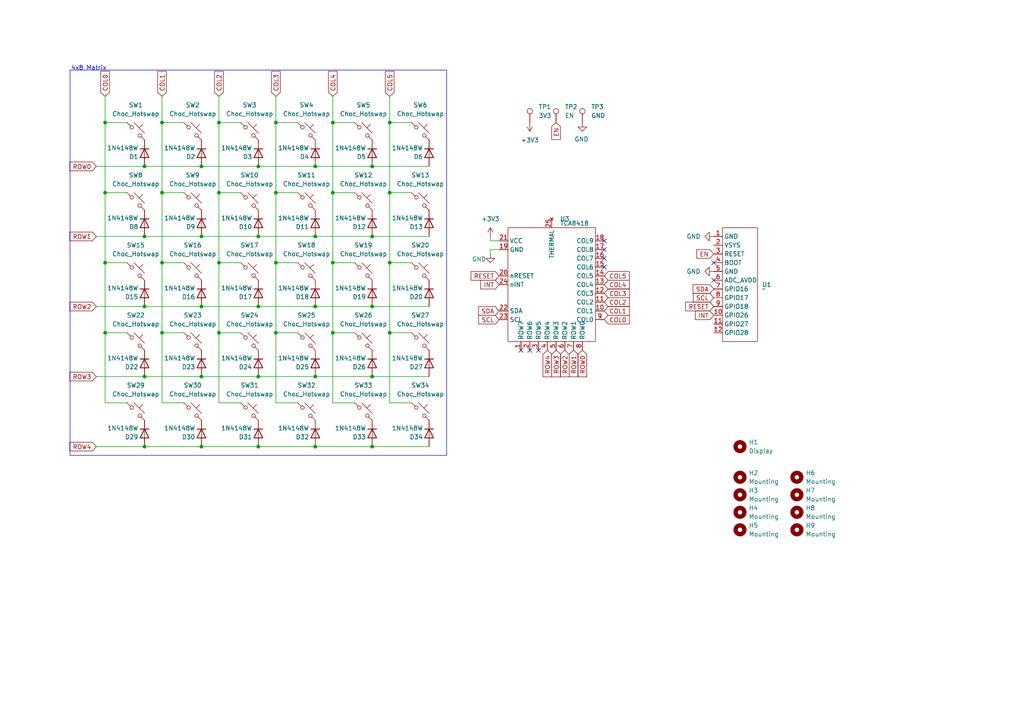
<source format=kicad_sch>
(kicad_sch (version 20231120) (generator "eeschema") (generator_version "8.0")
  (paper "A4")
  (lib_symbols
    (symbol "Connector:TestPoint" (pin_numbers hide) (pin_names (offset 0.762) hide)
      (property "Reference" "TP" (at 0 6.858 0))
      (property "Value" "TestPoint" (at 0 5.08 0))
      (symbol "TestPoint_0_1"
        (circle (center 0 3.302) (radius 0.762))
      )
      (symbol "TestPoint_1_1"
        (pin passive line (at 0 0 90) (length 2.54) (name "1") (number "1"))
      )
    )
    (symbol "Diode:1N4148W" (pin_numbers hide) (pin_names hide)
      (property "Reference" "D" (at 0 2.54 0))
      (property "Value" "1N4148W" (at 0 -2.54 0))
      (symbol "1N4148W_0_1"
        (polyline (pts (xy -1.27 1.27) (xy -1.27 -1.27)) (stroke (width 0.254)))
        (polyline (pts (xy 1.27 0) (xy -1.27 0)))
        (polyline (pts (xy 1.27 1.27) (xy 1.27 -1.27) (xy -1.27 0) (xy 1.27 1.27)) (stroke (width 0.254)))
      )
      (symbol "1N4148W_1_1"
        (pin passive line (at -3.81 0 0) (length 2.54) (name "K") (number "1"))
        (pin passive line (at 3.81 0 180) (length 2.54) (name "A") (number "2"))
      )
    )
    (symbol "Mechanical:MountingHole" (pin_names (offset 1.016)) (exclude_from_sim yes) (in_bom no)
      (property "Reference" "H" (at 0 5.08 0))
      (property "Value" "MountingHole" (at 0 3.175 0))
      (symbol "MountingHole_0_1"
        (circle (center 0 0) (radius 1.27) (stroke (width 1.27)))
      )
    )
    (symbol "Switch:SW_Push_45deg" (pin_numbers hide) (pin_names (offset 1.016) hide)
      (property "Reference" "SW" (at 3.048 1.016 0))
      (property "Value" "SW_Push_45deg" (at 0 -3.81 0))
      (symbol "SW_Push_45deg_0_1"
        (circle (center -1.1684 1.1684) (radius 0.508))
        (polyline (pts (xy -0.508 2.54) (xy 2.54 -0.508)))
        (polyline (pts (xy 1.016 1.016) (xy 2.032 2.032)))
        (polyline (pts (xy -2.54 2.54) (xy -1.524 1.524) (xy -1.524 1.524)))
        (polyline (pts (xy 1.524 -1.524) (xy 2.54 -2.54) (xy 2.54 -2.54) (xy 2.54 -2.54)))
        (circle (center 1.143 -1.1938) (radius 0.508))
        (pin passive line (at -2.54 2.54 0) (length 0) (name "1") (number "1"))
        (pin passive line (at 2.54 -2.54 180) (length 0) (name "2") (number "2"))
      )
    )
    (symbol "cgx_kb:TCA8418"
      (property "Reference" "U" (at 0.508 0.762 0))
      (symbol "TCA8418_0_1"
        (rectangle (start 0 0) (end 25.4 -33.02))
      )
      (symbol "TCA8418_1_1"
        (pin input line (at 3.81 -35.56 90) (length 2.54) (name "ROW7") (number "1"))
        (pin input line (at 27.94 -24.13 180) (length 2.54) (name "COL1") (number "10"))
        (pin input line (at 27.94 -21.59 180) (length 2.54) (name "COL2") (number "11"))
        (pin input line (at 27.94 -19.05 180) (length 2.54) (name "COL3") (number "12"))
        (pin input line (at 27.94 -16.51 180) (length 2.54) (name "COL4") (number "13"))
        (pin input line (at 27.94 -13.97 180) (length 2.54) (name "COL5") (number "14"))
        (pin input line (at 27.94 -11.43 180) (length 2.54) (name "COL6") (number "15"))
        (pin input line (at 27.94 -8.89 180) (length 2.54) (name "COL7") (number "16"))
        (pin input line (at 27.94 -6.35 180) (length 2.54) (name "COL8") (number "17"))
        (pin input line (at 27.94 -3.81 180) (length 2.54) (name "COL9") (number "18"))
        (pin power_in line (at -2.54 -6.35 0) (length 2.54) (name "GND") (number "19"))
        (pin input line (at 6.35 -35.56 90) (length 2.54) (name "ROW6") (number "2"))
        (pin input line (at -2.54 -13.97 0) (length 2.54) (name "nRESET") (number "20"))
        (pin power_in line (at -2.54 -3.81 0) (length 2.54) (name "VCC") (number "21"))
        (pin input line (at -2.54 -24.13 0) (length 2.54) (name "SDA") (number "22"))
        (pin input line (at -2.54 -26.67 0) (length 2.54) (name "SCL") (number "23"))
        (pin input line (at -2.54 -16.51 0) (length 2.54) (name "nINT") (number "24"))
        (pin no_connect line (at 12.7 2.54 270) (length 2.54) (name "THERMAL") (number "25"))
        (pin input line (at 8.89 -35.56 90) (length 2.54) (name "ROW5") (number "3"))
        (pin input line (at 11.43 -35.56 90) (length 2.54) (name "ROW4") (number "4"))
        (pin input line (at 13.97 -35.56 90) (length 2.54) (name "ROW3") (number "5"))
        (pin input line (at 16.51 -35.56 90) (length 2.54) (name "ROW2") (number "6"))
        (pin input line (at 19.05 -35.56 90) (length 2.54) (name "ROW1") (number "7"))
        (pin input line (at 21.59 -35.56 90) (length 2.54) (name "ROW0") (number "8"))
        (pin input line (at 27.94 -26.67 180) (length 2.54) (name "COL0") (number "9"))
      )
    )
    (symbol "cgx_kb:Waveshare-Touch-RP2040"
      (property "Reference" "U" (at 0.508 0.762 0))
      (symbol "Waveshare-Touch-RP2040_0_1"
        (rectangle (start 0 0) (end 10.16 -33.02))
      )
      (symbol "Waveshare-Touch-RP2040_1_1"
        (pin power_in line (at -2.54 -2.54 0) (length 2.54) (name "GND") (number "1"))
        (pin bidirectional line (at -2.54 -25.4 0) (length 2.54) (name "GPIO26") (number "10"))
        (pin bidirectional line (at -2.54 -27.94 0) (length 2.54) (name "GPIO27") (number "11"))
        (pin bidirectional line (at -2.54 -30.48 0) (length 2.54) (name "GPIO28") (number "12"))
        (pin power_in line (at -2.54 -5.08 0) (length 2.54) (name "VSYS") (number "2"))
        (pin input line (at -2.54 -7.62 0) (length 2.54) (name "RESET") (number "3"))
        (pin input line (at -2.54 -10.16 0) (length 2.54) (name "BOOT") (number "4"))
        (pin power_in line (at -2.54 -12.7 0) (length 2.54) (name "GND") (number "5"))
        (pin power_in line (at -2.54 -15.24 0) (length 2.54) (name "ADC_AVDD") (number "6"))
        (pin bidirectional line (at -2.54 -17.78 0) (length 2.54) (name "GPIO16") (number "7"))
        (pin bidirectional line (at -2.54 -20.32 0) (length 2.54) (name "GPIO17") (number "8"))
        (pin bidirectional line (at -2.54 -22.86 0) (length 2.54) (name "GPIO18") (number "9"))
      )
    )
    (symbol "power:+3V3" (power) (pin_numbers hide) (pin_names (offset 0) hide)
      (property "Value" "+3V3" (at 0 3.556 0))
      (symbol "+3V3_0_1"
        (polyline (pts (xy -0.762 1.27) (xy 0 2.54)))
        (polyline (pts (xy 0 0) (xy 0 2.54)))
        (polyline (pts (xy 0 2.54) (xy 0.762 1.27)))
      )
      (symbol "+3V3_1_1"
        (pin power_in line (at 0 0 90) (length 0) (name "~") (number "1"))
      )
    )
    (symbol "power:GND" (power) (pin_numbers hide) (pin_names (offset 0) hide)
      (property "Value" "GND" (at 0 -3.81 0))
      (symbol "GND_0_1"
        (polyline (pts (xy 0 0) (xy 0 -1.27) (xy 1.27 -1.27) (xy 0 -2.54) (xy -1.27 -1.27) (xy 0 -1.27)))
      )
      (symbol "GND_1_1"
        (pin power_in line (at 0 0 270) (length 0) (name "~") (number "1"))
      )
    )
  )
  (junction (at 41.91 88.9))
  (junction (at 91.44 48.26))
  (junction (at 30.48 96.52))
  (junction (at 63.5 96.52))
  (junction (at 41.91 129.54))
  (junction (at 41.91 109.22))
  (junction (at 74.93 68.58))
  (junction (at 80.01 55.88))
  (junction (at 96.52 35.56))
  (junction (at 80.01 96.52))
  (junction (at 58.42 88.9))
  (junction (at 80.01 35.56))
  (junction (at 63.5 35.56))
  (junction (at 96.52 96.52))
  (junction (at 41.91 48.26))
  (junction (at 113.03 55.88))
  (junction (at 96.52 55.88))
  (junction (at 113.03 76.2))
  (junction (at 46.99 55.88))
  (junction (at 74.93 129.54))
  (junction (at 41.91 68.58))
  (junction (at 74.93 88.9))
  (junction (at 63.5 55.88))
  (junction (at 107.95 48.26))
  (junction (at 58.42 109.22))
  (junction (at 107.95 109.22))
  (junction (at 96.52 76.2))
  (junction (at 91.44 109.22))
  (junction (at 30.48 35.56))
  (junction (at 80.01 76.2))
  (junction (at 30.48 76.2))
  (junction (at 58.42 129.54))
  (junction (at 46.99 96.52))
  (junction (at 58.42 48.26))
  (junction (at 107.95 88.9))
  (junction (at 58.42 68.58))
  (junction (at 46.99 76.2))
  (junction (at 30.48 55.88))
  (junction (at 113.03 35.56))
  (junction (at 107.95 129.54))
  (junction (at 91.44 68.58))
  (junction (at 91.44 129.54))
  (junction (at 91.44 88.9))
  (junction (at 113.03 96.52))
  (junction (at 63.5 76.2))
  (junction (at 107.95 68.58))
  (junction (at 46.99 35.56))
  (junction (at 74.93 109.22))
  (junction (at 74.93 48.26))
  (no_connect (at 175.26 72.39))
  (no_connect (at 175.26 77.47))
  (no_connect (at 207.01 81.28))
  (no_connect (at 175.26 69.85))
  (no_connect (at 156.21 101.6))
  (no_connect (at 207.01 76.2))
  (no_connect (at 151.13 101.6))
  (no_connect (at 153.67 101.6))
  (no_connect (at 175.26 74.93))
  (wire (pts (xy 41.91 88.9) (xy 58.42 88.9)))
  (wire (pts (xy 107.95 88.9) (xy 124.46 88.9)))
  (wire (pts (xy 107.95 109.22) (xy 124.46 109.22)))
  (wire (pts (xy 80.01 76.2) (xy 80.01 96.52)))
  (wire (pts (xy 63.5 27.94) (xy 63.5 35.56)))
  (wire (pts (xy 41.91 68.58) (xy 58.42 68.58)))
  (wire (pts (xy 80.01 35.56) (xy 80.01 55.88)))
  (wire (pts (xy 27.94 88.9) (xy 41.91 88.9)))
  (wire (pts (xy 74.93 68.58) (xy 91.44 68.58)))
  (wire (pts (xy 80.01 96.52) (xy 86.36 96.52)))
  (wire (pts (xy 46.99 76.2) (xy 46.99 96.52)))
  (wire (pts (xy 46.99 96.52) (xy 53.34 96.52)))
  (wire (pts (xy 30.48 55.88) (xy 36.83 55.88)))
  (wire (pts (xy 96.52 35.56) (xy 96.52 55.88)))
  (wire (pts (xy 91.44 129.54) (xy 107.95 129.54)))
  (wire (pts (xy 46.99 96.52) (xy 46.99 116.84)))
  (wire (pts (xy 74.93 129.54) (xy 91.44 129.54)))
  (wire (pts (xy 30.48 35.56) (xy 36.83 35.56)))
  (wire (pts (xy 142.24 72.39) (xy 142.24 73.66)))
  (wire (pts (xy 27.94 68.58) (xy 41.91 68.58)))
  (wire (pts (xy 30.48 55.88) (xy 30.48 76.2)))
  (wire (pts (xy 63.5 76.2) (xy 63.5 96.52)))
  (wire (pts (xy 63.5 55.88) (xy 69.85 55.88)))
  (wire (pts (xy 63.5 35.56) (xy 63.5 55.88)))
  (wire (pts (xy 27.94 129.54) (xy 41.91 129.54)))
  (wire (pts (xy 30.48 76.2) (xy 30.48 96.52)))
  (wire (pts (xy 41.91 48.26) (xy 58.42 48.26)))
  (wire (pts (xy 113.03 55.88) (xy 119.38 55.88)))
  (wire (pts (xy 96.52 27.94) (xy 96.52 35.56)))
  (wire (pts (xy 30.48 35.56) (xy 30.48 55.88)))
  (wire (pts (xy 74.93 88.9) (xy 91.44 88.9)))
  (wire (pts (xy 113.03 27.94) (xy 113.03 35.56)))
  (wire (pts (xy 58.42 68.58) (xy 74.93 68.58)))
  (wire (pts (xy 96.52 76.2) (xy 102.87 76.2)))
  (wire (pts (xy 80.01 35.56) (xy 86.36 35.56)))
  (wire (pts (xy 113.03 96.52) (xy 119.38 96.52)))
  (wire (pts (xy 96.52 35.56) (xy 102.87 35.56)))
  (wire (pts (xy 27.94 109.22) (xy 41.91 109.22)))
  (wire (pts (xy 91.44 68.58) (xy 107.95 68.58)))
  (wire (pts (xy 27.94 48.26) (xy 41.91 48.26)))
  (wire (pts (xy 113.03 76.2) (xy 119.38 76.2)))
  (wire (pts (xy 30.48 96.52) (xy 36.83 96.52)))
  (wire (pts (xy 30.48 116.84) (xy 36.83 116.84)))
  (wire (pts (xy 63.5 96.52) (xy 69.85 96.52)))
  (wire (pts (xy 91.44 88.9) (xy 107.95 88.9)))
  (wire (pts (xy 46.99 35.56) (xy 53.34 35.56)))
  (wire (pts (xy 80.01 27.94) (xy 80.01 35.56)))
  (wire (pts (xy 113.03 96.52) (xy 113.03 116.84)))
  (wire (pts (xy 58.42 109.22) (xy 74.93 109.22)))
  (wire (pts (xy 107.95 48.26) (xy 124.46 48.26)))
  (wire (pts (xy 91.44 48.26) (xy 107.95 48.26)))
  (wire (pts (xy 113.03 35.56) (xy 119.38 35.56)))
  (wire (pts (xy 96.52 76.2) (xy 96.52 96.52)))
  (wire (pts (xy 41.91 109.22) (xy 58.42 109.22)))
  (wire (pts (xy 63.5 76.2) (xy 69.85 76.2)))
  (wire (pts (xy 144.78 69.85) (xy 142.24 69.85)))
  (wire (pts (xy 30.48 76.2) (xy 36.83 76.2)))
  (wire (pts (xy 96.52 55.88) (xy 96.52 76.2)))
  (wire (pts (xy 96.52 55.88) (xy 102.87 55.88)))
  (wire (pts (xy 63.5 35.56) (xy 69.85 35.56)))
  (wire (pts (xy 113.03 55.88) (xy 113.03 76.2)))
  (wire (pts (xy 30.48 96.52) (xy 30.48 116.84)))
  (wire (pts (xy 107.95 68.58) (xy 124.46 68.58)))
  (wire (pts (xy 46.99 76.2) (xy 53.34 76.2)))
  (wire (pts (xy 74.93 48.26) (xy 91.44 48.26)))
  (wire (pts (xy 80.01 116.84) (xy 86.36 116.84)))
  (wire (pts (xy 41.91 129.54) (xy 58.42 129.54)))
  (wire (pts (xy 46.99 55.88) (xy 53.34 55.88)))
  (wire (pts (xy 142.24 69.85) (xy 142.24 68.58)))
  (wire (pts (xy 113.03 35.56) (xy 113.03 55.88)))
  (wire (pts (xy 58.42 48.26) (xy 74.93 48.26)))
  (wire (pts (xy 80.01 55.88) (xy 80.01 76.2)))
  (wire (pts (xy 63.5 116.84) (xy 69.85 116.84)))
  (wire (pts (xy 46.99 55.88) (xy 46.99 76.2)))
  (wire (pts (xy 46.99 35.56) (xy 46.99 55.88)))
  (wire (pts (xy 96.52 96.52) (xy 102.87 96.52)))
  (wire (pts (xy 80.01 76.2) (xy 86.36 76.2)))
  (wire (pts (xy 91.44 109.22) (xy 107.95 109.22)))
  (wire (pts (xy 30.48 27.94) (xy 30.48 35.56)))
  (wire (pts (xy 107.95 129.54) (xy 124.46 129.54)))
  (wire (pts (xy 58.42 88.9) (xy 74.93 88.9)))
  (wire (pts (xy 74.93 109.22) (xy 91.44 109.22)))
  (wire (pts (xy 58.42 129.54) (xy 74.93 129.54)))
  (wire (pts (xy 96.52 96.52) (xy 96.52 116.84)))
  (wire (pts (xy 80.01 96.52) (xy 80.01 116.84)))
  (wire (pts (xy 63.5 55.88) (xy 63.5 76.2)))
  (wire (pts (xy 113.03 116.84) (xy 119.38 116.84)))
  (wire (pts (xy 113.03 76.2) (xy 113.03 96.52)))
  (wire (pts (xy 46.99 116.84) (xy 53.34 116.84)))
  (wire (pts (xy 144.78 72.39) (xy 142.24 72.39)))
  (wire (pts (xy 80.01 55.88) (xy 86.36 55.88)))
  (wire (pts (xy 46.99 27.94) (xy 46.99 35.56)))
  (wire (pts (xy 63.5 96.52) (xy 63.5 116.84)))
  (wire (pts (xy 96.52 116.84) (xy 102.87 116.84)))
  (rectangle (start 20.32 20.32) (end 129.54 132.08))
  (text "4x8 Matrix" (at 20.574 20.574 0) (effects (font (size 1.27 1.27)) (justify left bottom)))
  (global_label "COL5" (shape input) (at 175.26 80.01 0) (property "Intersheetrefs" "${INTERSHEET_REFS}" (effects (hide yes))))
  (global_label "ROW0" (shape input) (at 27.94 48.26 180) (property "Intersheetrefs" "${INTERSHEET_REFS}" (effects (hide yes))))
  (global_label "EN" (shape input) (at 207.01 73.66 180) (property "Intersheetrefs" "${INTERSHEET_REFS}" (effects (hide yes))))
  (global_label "SDA" (shape input) (at 207.01 83.82 180) (property "Intersheetrefs" "${INTERSHEET_REFS}" (effects (hide yes))))
  (global_label "SCL" (shape input) (at 144.78 92.71 180) (property "Intersheetrefs" "${INTERSHEET_REFS}" (effects (hide yes))))
  (global_label "COL0" (shape input) (at 175.26 92.71 0) (property "Intersheetrefs" "${INTERSHEET_REFS}" (effects (hide yes))))
  (global_label "COL0" (shape input) (at 30.48 27.94 90) (property "Intersheetrefs" "${INTERSHEET_REFS}" (effects (hide yes))))
  (global_label "COL1" (shape input) (at 175.26 90.17 0) (property "Intersheetrefs" "${INTERSHEET_REFS}" (effects (hide yes))))
  (global_label "COL3" (shape input) (at 80.01 27.94 90) (property "Intersheetrefs" "${INTERSHEET_REFS}" (effects (hide yes))))
  (global_label "COL4" (shape input) (at 96.52 27.94 90) (property "Intersheetrefs" "${INTERSHEET_REFS}" (effects (hide yes))))
  (global_label "INT" (shape input) (at 144.78 82.55 180) (property "Intersheetrefs" "${INTERSHEET_REFS}" (effects (hide yes))))
  (global_label "RESET" (shape input) (at 207.01 88.9 180) (property "Intersheetrefs" "${INTERSHEET_REFS}" (effects (hide yes))))
  (global_label "ROW2" (shape input) (at 27.94 88.9 180) (property "Intersheetrefs" "${INTERSHEET_REFS}" (effects (hide yes))))
  (global_label "ROW4" (shape input) (at 27.94 129.54 180) (property "Intersheetrefs" "${INTERSHEET_REFS}" (effects (hide yes))))
  (global_label "COL2" (shape input) (at 175.26 87.63 0) (property "Intersheetrefs" "${INTERSHEET_REFS}" (effects (hide yes))))
  (global_label "EN" (shape input) (at 161.29 35.56 270) (property "Intersheetrefs" "${INTERSHEET_REFS}" (effects (hide yes))))
  (global_label "COL3" (shape input) (at 175.26 85.09 0) (property "Intersheetrefs" "${INTERSHEET_REFS}" (effects (hide yes))))
  (global_label "ROW3" (shape input) (at 161.29 101.6 270) (property "Intersheetrefs" "${INTERSHEET_REFS}" (effects (hide yes))))
  (global_label "COL4" (shape input) (at 175.26 82.55 0) (property "Intersheetrefs" "${INTERSHEET_REFS}" (effects (hide yes))))
  (global_label "INT" (shape input) (at 207.01 91.44 180) (property "Intersheetrefs" "${INTERSHEET_REFS}" (effects (hide yes))))
  (global_label "COL5" (shape input) (at 113.03 27.94 90) (property "Intersheetrefs" "${INTERSHEET_REFS}" (effects (hide yes))))
  (global_label "COL1" (shape input) (at 46.99 27.94 90) (property "Intersheetrefs" "${INTERSHEET_REFS}" (effects (hide yes))))
  (global_label "ROW1" (shape input) (at 166.37 101.6 270) (property "Intersheetrefs" "${INTERSHEET_REFS}" (effects (hide yes))))
  (global_label "ROW0" (shape input) (at 168.91 101.6 270) (property "Intersheetrefs" "${INTERSHEET_REFS}" (effects (hide yes))))
  (global_label "ROW4" (shape input) (at 158.75 101.6 270) (property "Intersheetrefs" "${INTERSHEET_REFS}" (effects (hide yes))))
  (global_label "ROW2" (shape input) (at 163.83 101.6 270) (property "Intersheetrefs" "${INTERSHEET_REFS}" (effects (hide yes))))
  (global_label "RESET" (shape input) (at 144.78 80.01 180) (property "Intersheetrefs" "${INTERSHEET_REFS}" (effects (hide yes))))
  (global_label "ROW1" (shape input) (at 27.94 68.58 180) (property "Intersheetrefs" "${INTERSHEET_REFS}" (effects (hide yes))))
  (global_label "COL2" (shape input) (at 63.5 27.94 90) (property "Intersheetrefs" "${INTERSHEET_REFS}" (effects (hide yes))))
  (global_label "ROW3" (shape input) (at 27.94 109.22 180) (property "Intersheetrefs" "${INTERSHEET_REFS}" (effects (hide yes))))
  (global_label "SDA" (shape input) (at 144.78 90.17 180) (property "Intersheetrefs" "${INTERSHEET_REFS}" (effects (hide yes))))
  (global_label "SCL" (shape input) (at 207.01 86.36 180) (property "Intersheetrefs" "${INTERSHEET_REFS}" (effects (hide yes))))
  (symbol (lib_id "Switch:SW_Push_45deg") (at 72.39 38.1 0) (unit 1) (in_bom no)
    (property "Reference" "SW3" (at 72.39 30.48 0))
    (property "Value" "Choc_Hotswap" (at 72.39 33.02 0))
    (property "Footprint" "PCM_Switch_Keyboard_Hotswap_Kailh:SW_Hotswap_Kailh_Choc_V1V2_Plated_1.00u" (effects (hide yes)))
    (property "Description" "Push button switch, normally open, two pins, 45° tilted" (effects (hide yes)))
  )
  (symbol (lib_id "Diode:1N4148W") (at 124.46 125.73 90) (mirror x) (unit 1)
    (property "Reference" "D34" (at 122.682 126.746 90) (effects (justify left)))
    (property "Value" "1N4148W" (at 122.682 124.206 90) (effects (justify left)))
    (property "Footprint" "Diode_SMD:D_SOD-123" (effects (hide yes)))
    (property "Datasheet" "https://www.vishay.com/docs/85748/1n4148w.pdf" (effects (hide yes)))
    (property "Description" "75V 0.15A Fast Switching Diode, SOD-123" (effects (hide yes)))
    (property "Sim.Device" "D" (effects (hide yes)))
    (property "Sim.Pins" "1=K 2=A" (effects (hide yes)))
  )
  (symbol (lib_id "Switch:SW_Push_45deg") (at 105.41 78.74 0) (unit 1) (in_bom no)
    (property "Reference" "SW19" (at 105.41 71.12 0))
    (property "Value" "Choc_Hotswap" (at 105.41 73.66 0))
    (property "Footprint" "PCM_Switch_Keyboard_Hotswap_Kailh:SW_Hotswap_Kailh_Choc_V1V2_Plated_1.00u" (effects (hide yes)))
    (property "Description" "Push button switch, normally open, two pins, 45° tilted" (effects (hide yes)))
  )
  (symbol (lib_id "Diode:1N4148W") (at 91.44 85.09 90) (mirror x) (unit 1)
    (property "Reference" "D18" (at 89.662 86.106 90) (effects (justify left)))
    (property "Value" "1N4148W" (at 89.662 83.566 90) (effects (justify left)))
    (property "Footprint" "Diode_SMD:D_SOD-123" (effects (hide yes)))
    (property "Datasheet" "https://www.vishay.com/docs/85748/1n4148w.pdf" (effects (hide yes)))
    (property "Description" "75V 0.15A Fast Switching Diode, SOD-123" (effects (hide yes)))
    (property "Sim.Device" "D" (effects (hide yes)))
    (property "Sim.Pins" "1=K 2=A" (effects (hide yes)))
  )
  (symbol (lib_id "Connector:TestPoint") (at 161.29 35.56 0) (unit 1) (in_bom no)
    (property "Reference" "TP2" (at 163.83 30.9879 0) (effects (justify left)))
    (property "Value" "EN" (at 163.83 33.5279 0) (effects (justify left)))
    (property "Footprint" "TestPoint:TestPoint_Pad_D2.5mm" (effects (hide yes)))
    (property "Description" "test point" (effects (hide yes)))
  )
  (symbol (lib_id "Diode:1N4148W") (at 107.95 44.45 90) (mirror x) (unit 1)
    (property "Reference" "D5" (at 106.172 45.466 90) (effects (justify left)))
    (property "Value" "1N4148W" (at 106.172 42.926 90) (effects (justify left)))
    (property "Footprint" "Diode_SMD:D_SOD-123" (effects (hide yes)))
    (property "Datasheet" "https://www.vishay.com/docs/85748/1n4148w.pdf" (effects (hide yes)))
    (property "Description" "75V 0.15A Fast Switching Diode, SOD-123" (effects (hide yes)))
    (property "Sim.Device" "D" (effects (hide yes)))
    (property "Sim.Pins" "1=K 2=A" (effects (hide yes)))
  )
  (symbol (lib_id "power:+3V3") (at 153.67 35.56 180) (unit 1)
    (property "Reference" "#PWR05" (effects (hide yes)))
    (property "Value" "+3V3" (at 153.67 40.64 0))
    (property "Description" "Power symbol creates a global label with name \"+3V3\"" (effects (hide yes)))
  )
  (symbol (lib_id "Mechanical:MountingHole") (at 214.63 143.51 0) (unit 1) (exclude_from_sim yes) (in_bom no)
    (property "Reference" "H3" (at 217.17 142.2399 0) (effects (justify left)))
    (property "Value" "Mounting" (at 217.17 144.7799 0) (effects (justify left)))
    (property "Footprint" "MountingHole:MountingHole_2.2mm_M2" (effects (hide yes)))
    (property "Description" "Mounting Hole without connection" (effects (hide yes)))
  )
  (symbol (lib_id "Diode:1N4148W") (at 74.93 44.45 90) (mirror x) (unit 1)
    (property "Reference" "D3" (at 73.152 45.466 90) (effects (justify left)))
    (property "Value" "1N4148W" (at 73.152 42.926 90) (effects (justify left)))
    (property "Footprint" "Diode_SMD:D_SOD-123" (effects (hide yes)))
    (property "Datasheet" "https://www.vishay.com/docs/85748/1n4148w.pdf" (effects (hide yes)))
    (property "Description" "75V 0.15A Fast Switching Diode, SOD-123" (effects (hide yes)))
    (property "Sim.Device" "D" (effects (hide yes)))
    (property "Sim.Pins" "1=K 2=A" (effects (hide yes)))
  )
  (symbol (lib_id "Switch:SW_Push_45deg") (at 39.37 78.74 0) (unit 1) (in_bom no)
    (property "Reference" "SW15" (at 39.37 71.12 0))
    (property "Value" "Choc_Hotswap" (at 39.37 73.66 0))
    (property "Footprint" "PCM_Switch_Keyboard_Hotswap_Kailh:SW_Hotswap_Kailh_Choc_V1V2_Plated_1.00u" (effects (hide yes)))
    (property "Description" "Push button switch, normally open, two pins, 45° tilted" (effects (hide yes)))
  )
  (symbol (lib_id "Switch:SW_Push_45deg") (at 39.37 58.42 0) (unit 1) (in_bom no)
    (property "Reference" "SW8" (at 39.37 50.8 0))
    (property "Value" "Choc_Hotswap" (at 39.37 53.34 0))
    (property "Footprint" "PCM_Switch_Keyboard_Hotswap_Kailh:SW_Hotswap_Kailh_Choc_V1V2_Plated_1.00u" (effects (hide yes)))
    (property "Description" "Push button switch, normally open, two pins, 45° tilted" (effects (hide yes)))
  )
  (symbol (lib_id "cgx_kb:Waveshare-Touch-RP2040") (at 209.55 66.04 0) (unit 1) (in_bom no)
    (property "Reference" "U1" (at 220.98 82.5499 0) (effects (justify left)))
    (property "Value" "~" (at 220.98 83.82 0) (effects (justify left)))
    (property "Footprint" "Connector_PinHeader_2.54mm:PinHeader_1x12_P2.54mm_Horizontal" (effects (hide yes)))
  )
  (symbol (lib_id "Diode:1N4148W") (at 91.44 44.45 90) (mirror x) (unit 1)
    (property "Reference" "D4" (at 89.662 45.466 90) (effects (justify left)))
    (property "Value" "1N4148W" (at 89.662 42.926 90) (effects (justify left)))
    (property "Footprint" "Diode_SMD:D_SOD-123" (effects (hide yes)))
    (property "Datasheet" "https://www.vishay.com/docs/85748/1n4148w.pdf" (effects (hide yes)))
    (property "Description" "75V 0.15A Fast Switching Diode, SOD-123" (effects (hide yes)))
    (property "Sim.Device" "D" (effects (hide yes)))
    (property "Sim.Pins" "1=K 2=A" (effects (hide yes)))
  )
  (symbol (lib_id "power:GND") (at 207.01 78.74 270) (unit 1)
    (property "Reference" "#PWR04" (effects (hide yes)))
    (property "Value" "GND" (at 203.2 78.7399 90) (effects (justify right)))
    (property "Description" "Power symbol creates a global label with name \"GND\" , ground" (effects (hide yes)))
  )
  (symbol (lib_id "Mechanical:MountingHole") (at 231.14 138.43 0) (unit 1) (exclude_from_sim yes) (in_bom no)
    (property "Reference" "H6" (at 233.68 137.1599 0) (effects (justify left)))
    (property "Value" "Mounting" (at 233.68 139.6999 0) (effects (justify left)))
    (property "Footprint" "MountingHole:MountingHole_2.2mm_M2" (effects (hide yes)))
    (property "Description" "Mounting Hole without connection" (effects (hide yes)))
  )
  (symbol (lib_id "power:+3V3") (at 142.24 68.58 0) (unit 1)
    (property "Reference" "#PWR01" (effects (hide yes)))
    (property "Value" "+3V3" (at 142.24 63.5 0))
    (property "Description" "Power symbol creates a global label with name \"+3V3\"" (effects (hide yes)))
  )
  (symbol (lib_id "Switch:SW_Push_45deg") (at 55.88 99.06 0) (unit 1) (in_bom no)
    (property "Reference" "SW23" (at 55.88 91.44 0))
    (property "Value" "Choc_Hotswap" (at 55.88 93.98 0))
    (property "Footprint" "PCM_Switch_Keyboard_Hotswap_Kailh:SW_Hotswap_Kailh_Choc_V1V2_Plated_1.00u" (effects (hide yes)))
    (property "Description" "Push button switch, normally open, two pins, 45° tilted" (effects (hide yes)))
  )
  (symbol (lib_id "power:GND") (at 168.91 35.56 0) (unit 1)
    (property "Reference" "#PWR06" (effects (hide yes)))
    (property "Value" "GND" (at 168.656 40.386 0))
    (property "Description" "Power symbol creates a global label with name \"GND\" , ground" (effects (hide yes)))
  )
  (symbol (lib_id "Switch:SW_Push_45deg") (at 72.39 119.38 0) (unit 1) (in_bom no)
    (property "Reference" "SW31" (at 72.39 111.76 0))
    (property "Value" "Choc_Hotswap" (at 72.39 114.3 0))
    (property "Footprint" "PCM_Switch_Keyboard_Hotswap_Kailh:SW_Hotswap_Kailh_Choc_V1V2_Plated_1.00u" (effects (hide yes)))
    (property "Description" "Push button switch, normally open, two pins, 45° tilted" (effects (hide yes)))
  )
  (symbol (lib_id "Diode:1N4148W") (at 74.93 85.09 90) (mirror x) (unit 1)
    (property "Reference" "D17" (at 73.152 86.106 90) (effects (justify left)))
    (property "Value" "1N4148W" (at 73.152 83.566 90) (effects (justify left)))
    (property "Footprint" "Diode_SMD:D_SOD-123" (effects (hide yes)))
    (property "Datasheet" "https://www.vishay.com/docs/85748/1n4148w.pdf" (effects (hide yes)))
    (property "Description" "75V 0.15A Fast Switching Diode, SOD-123" (effects (hide yes)))
    (property "Sim.Device" "D" (effects (hide yes)))
    (property "Sim.Pins" "1=K 2=A" (effects (hide yes)))
  )
  (symbol (lib_id "Diode:1N4148W") (at 91.44 125.73 90) (mirror x) (unit 1)
    (property "Reference" "D32" (at 89.662 126.746 90) (effects (justify left)))
    (property "Value" "1N4148W" (at 89.662 124.206 90) (effects (justify left)))
    (property "Footprint" "Diode_SMD:D_SOD-123" (effects (hide yes)))
    (property "Datasheet" "https://www.vishay.com/docs/85748/1n4148w.pdf" (effects (hide yes)))
    (property "Description" "75V 0.15A Fast Switching Diode, SOD-123" (effects (hide yes)))
    (property "Sim.Device" "D" (effects (hide yes)))
    (property "Sim.Pins" "1=K 2=A" (effects (hide yes)))
  )
  (symbol (lib_id "Switch:SW_Push_45deg") (at 39.37 38.1 0) (unit 1) (in_bom no)
    (property "Reference" "SW1" (at 39.37 30.48 0))
    (property "Value" "Choc_Hotswap" (at 39.37 33.02 0))
    (property "Footprint" "PCM_Switch_Keyboard_Hotswap_Kailh:SW_Hotswap_Kailh_Choc_V1V2_Plated_1.00u" (effects (hide yes)))
    (property "Description" "Push button switch, normally open, two pins, 45° tilted" (effects (hide yes)))
  )
  (symbol (lib_id "Switch:SW_Push_45deg") (at 72.39 99.06 0) (unit 1) (in_bom no)
    (property "Reference" "SW24" (at 72.39 91.44 0))
    (property "Value" "Choc_Hotswap" (at 72.39 93.98 0))
    (property "Footprint" "PCM_Switch_Keyboard_Hotswap_Kailh:SW_Hotswap_Kailh_Choc_V1V2_Plated_1.00u" (effects (hide yes)))
    (property "Description" "Push button switch, normally open, two pins, 45° tilted" (effects (hide yes)))
  )
  (symbol (lib_id "Switch:SW_Push_45deg") (at 88.9 119.38 0) (unit 1) (in_bom no)
    (property "Reference" "SW32" (at 88.9 111.76 0))
    (property "Value" "Choc_Hotswap" (at 88.9 114.3 0))
    (property "Footprint" "PCM_Switch_Keyboard_Hotswap_Kailh:SW_Hotswap_Kailh_Choc_V1V2_Plated_1.00u" (effects (hide yes)))
    (property "Description" "Push button switch, normally open, two pins, 45° tilted" (effects (hide yes)))
  )
  (symbol (lib_id "Diode:1N4148W") (at 74.93 105.41 90) (mirror x) (unit 1)
    (property "Reference" "D24" (at 73.152 106.426 90) (effects (justify left)))
    (property "Value" "1N4148W" (at 73.152 103.886 90) (effects (justify left)))
    (property "Footprint" "Diode_SMD:D_SOD-123" (effects (hide yes)))
    (property "Datasheet" "https://www.vishay.com/docs/85748/1n4148w.pdf" (effects (hide yes)))
    (property "Description" "75V 0.15A Fast Switching Diode, SOD-123" (effects (hide yes)))
    (property "Sim.Device" "D" (effects (hide yes)))
    (property "Sim.Pins" "1=K 2=A" (effects (hide yes)))
  )
  (symbol (lib_id "Switch:SW_Push_45deg") (at 72.39 58.42 0) (unit 1) (in_bom no)
    (property "Reference" "SW10" (at 72.39 50.8 0))
    (property "Value" "Choc_Hotswap" (at 72.39 53.34 0))
    (property "Footprint" "PCM_Switch_Keyboard_Hotswap_Kailh:SW_Hotswap_Kailh_Choc_V1V2_Plated_1.00u" (effects (hide yes)))
    (property "Description" "Push button switch, normally open, two pins, 45° tilted" (effects (hide yes)))
  )
  (symbol (lib_id "Switch:SW_Push_45deg") (at 39.37 99.06 0) (unit 1) (in_bom no)
    (property "Reference" "SW22" (at 39.37 91.44 0))
    (property "Value" "Choc_Hotswap" (at 39.37 93.98 0))
    (property "Footprint" "PCM_Switch_Keyboard_Hotswap_Kailh:SW_Hotswap_Kailh_Choc_V1V2_Plated_1.00u" (effects (hide yes)))
    (property "Description" "Push button switch, normally open, two pins, 45° tilted" (effects (hide yes)))
  )
  (symbol (lib_id "Mechanical:MountingHole") (at 214.63 129.54 0) (unit 1) (exclude_from_sim yes) (in_bom no)
    (property "Reference" "H1" (at 217.17 128.2699 0) (effects (justify left)))
    (property "Value" "Display" (at 217.17 130.8099 0) (effects (justify left)))
    (property "Footprint" "cgx_kb:Waveshare_Touch_RP2040" (effects (hide yes)))
    (property "Description" "Mounting Hole without connection" (effects (hide yes)))
  )
  (symbol (lib_id "Diode:1N4148W") (at 41.91 64.77 90) (mirror x) (unit 1)
    (property "Reference" "D8" (at 40.132 65.786 90) (effects (justify left)))
    (property "Value" "1N4148W" (at 40.132 63.246 90) (effects (justify left)))
    (property "Footprint" "Diode_SMD:D_SOD-123" (effects (hide yes)))
    (property "Datasheet" "https://www.vishay.com/docs/85748/1n4148w.pdf" (effects (hide yes)))
    (property "Description" "75V 0.15A Fast Switching Diode, SOD-123" (effects (hide yes)))
    (property "Sim.Device" "D" (effects (hide yes)))
    (property "Sim.Pins" "1=K 2=A" (effects (hide yes)))
  )
  (symbol (lib_id "Switch:SW_Push_45deg") (at 55.88 38.1 0) (unit 1) (in_bom no)
    (property "Reference" "SW2" (at 55.88 30.48 0))
    (property "Value" "Choc_Hotswap" (at 55.88 33.02 0))
    (property "Footprint" "PCM_Switch_Keyboard_Hotswap_Kailh:SW_Hotswap_Kailh_Choc_V1V2_Plated_1.00u" (effects (hide yes)))
    (property "Description" "Push button switch, normally open, two pins, 45° tilted" (effects (hide yes)))
  )
  (symbol (lib_id "Diode:1N4148W") (at 58.42 125.73 90) (mirror x) (unit 1)
    (property "Reference" "D30" (at 56.642 126.746 90) (effects (justify left)))
    (property "Value" "1N4148W" (at 56.642 124.206 90) (effects (justify left)))
    (property "Footprint" "Diode_SMD:D_SOD-123" (effects (hide yes)))
    (property "Datasheet" "https://www.vishay.com/docs/85748/1n4148w.pdf" (effects (hide yes)))
    (property "Description" "75V 0.15A Fast Switching Diode, SOD-123" (effects (hide yes)))
    (property "Sim.Device" "D" (effects (hide yes)))
    (property "Sim.Pins" "1=K 2=A" (effects (hide yes)))
  )
  (symbol (lib_id "Diode:1N4148W") (at 107.95 105.41 90) (mirror x) (unit 1)
    (property "Reference" "D26" (at 106.172 106.426 90) (effects (justify left)))
    (property "Value" "1N4148W" (at 106.172 103.886 90) (effects (justify left)))
    (property "Footprint" "Diode_SMD:D_SOD-123" (effects (hide yes)))
    (property "Datasheet" "https://www.vishay.com/docs/85748/1n4148w.pdf" (effects (hide yes)))
    (property "Description" "75V 0.15A Fast Switching Diode, SOD-123" (effects (hide yes)))
    (property "Sim.Device" "D" (effects (hide yes)))
    (property "Sim.Pins" "1=K 2=A" (effects (hide yes)))
  )
  (symbol (lib_id "Switch:SW_Push_45deg") (at 55.88 58.42 0) (unit 1) (in_bom no)
    (property "Reference" "SW9" (at 55.88 50.8 0))
    (property "Value" "Choc_Hotswap" (at 55.88 53.34 0))
    (property "Footprint" "PCM_Switch_Keyboard_Hotswap_Kailh:SW_Hotswap_Kailh_Choc_V1V2_Plated_1.00u" (effects (hide yes)))
    (property "Description" "Push button switch, normally open, two pins, 45° tilted" (effects (hide yes)))
  )
  (symbol (lib_id "Switch:SW_Push_45deg") (at 121.92 38.1 0) (unit 1) (in_bom no)
    (property "Reference" "SW6" (at 121.92 30.48 0))
    (property "Value" "Choc_Hotswap" (at 121.92 33.02 0))
    (property "Footprint" "PCM_Switch_Keyboard_Hotswap_Kailh:SW_Hotswap_Kailh_Choc_V1V2_Plated_1.00u" (effects (hide yes)))
    (property "Description" "Push button switch, normally open, two pins, 45° tilted" (effects (hide yes)))
  )
  (symbol (lib_id "Switch:SW_Push_45deg") (at 55.88 119.38 0) (unit 1) (in_bom no)
    (property "Reference" "SW30" (at 55.88 111.76 0))
    (property "Value" "Choc_Hotswap" (at 55.88 114.3 0))
    (property "Footprint" "PCM_Switch_Keyboard_Hotswap_Kailh:SW_Hotswap_Kailh_Choc_V1V2_Plated_1.00u" (effects (hide yes)))
    (property "Description" "Push button switch, normally open, two pins, 45° tilted" (effects (hide yes)))
  )
  (symbol (lib_id "Mechanical:MountingHole") (at 231.14 148.59 0) (unit 1) (exclude_from_sim yes) (in_bom no)
    (property "Reference" "H8" (at 233.68 147.3199 0) (effects (justify left)))
    (property "Value" "Mounting" (at 233.68 149.8599 0) (effects (justify left)))
    (property "Footprint" "MountingHole:MountingHole_2.2mm_M2" (effects (hide yes)))
    (property "Description" "Mounting Hole without connection" (effects (hide yes)))
  )
  (symbol (lib_id "Diode:1N4148W") (at 124.46 44.45 90) (mirror x) (unit 1)
    (property "Reference" "D6" (at 122.682 45.466 90) (effects (justify left)))
    (property "Value" "1N4148W" (at 122.682 42.926 90) (effects (justify left)))
    (property "Footprint" "Diode_SMD:D_SOD-123" (effects (hide yes)))
    (property "Datasheet" "https://www.vishay.com/docs/85748/1n4148w.pdf" (effects (hide yes)))
    (property "Description" "75V 0.15A Fast Switching Diode, SOD-123" (effects (hide yes)))
    (property "Sim.Device" "D" (effects (hide yes)))
    (property "Sim.Pins" "1=K 2=A" (effects (hide yes)))
  )
  (symbol (lib_id "Diode:1N4148W") (at 58.42 85.09 90) (mirror x) (unit 1)
    (property "Reference" "D16" (at 56.642 86.106 90) (effects (justify left)))
    (property "Value" "1N4148W" (at 56.642 83.566 90) (effects (justify left)))
    (property "Footprint" "Diode_SMD:D_SOD-123" (effects (hide yes)))
    (property "Datasheet" "https://www.vishay.com/docs/85748/1n4148w.pdf" (effects (hide yes)))
    (property "Description" "75V 0.15A Fast Switching Diode, SOD-123" (effects (hide yes)))
    (property "Sim.Device" "D" (effects (hide yes)))
    (property "Sim.Pins" "1=K 2=A" (effects (hide yes)))
  )
  (symbol (lib_id "Switch:SW_Push_45deg") (at 88.9 78.74 0) (unit 1) (in_bom no)
    (property "Reference" "SW18" (at 88.9 71.12 0))
    (property "Value" "Choc_Hotswap" (at 88.9 73.66 0))
    (property "Footprint" "PCM_Switch_Keyboard_Hotswap_Kailh:SW_Hotswap_Kailh_Choc_V1V2_Plated_1.00u" (effects (hide yes)))
    (property "Description" "Push button switch, normally open, two pins, 45° tilted" (effects (hide yes)))
  )
  (symbol (lib_id "Diode:1N4148W") (at 91.44 105.41 90) (mirror x) (unit 1)
    (property "Reference" "D25" (at 89.662 106.426 90) (effects (justify left)))
    (property "Value" "1N4148W" (at 89.662 103.886 90) (effects (justify left)))
    (property "Footprint" "Diode_SMD:D_SOD-123" (effects (hide yes)))
    (property "Datasheet" "https://www.vishay.com/docs/85748/1n4148w.pdf" (effects (hide yes)))
    (property "Description" "75V 0.15A Fast Switching Diode, SOD-123" (effects (hide yes)))
    (property "Sim.Device" "D" (effects (hide yes)))
    (property "Sim.Pins" "1=K 2=A" (effects (hide yes)))
  )
  (symbol (lib_id "Switch:SW_Push_45deg") (at 121.92 58.42 0) (unit 1) (in_bom no)
    (property "Reference" "SW13" (at 121.92 50.8 0))
    (property "Value" "Choc_Hotswap" (at 121.92 53.34 0))
    (property "Footprint" "PCM_Switch_Keyboard_Hotswap_Kailh:SW_Hotswap_Kailh_Choc_V1V2_Plated_1.00u" (effects (hide yes)))
    (property "Description" "Push button switch, normally open, two pins, 45° tilted" (effects (hide yes)))
  )
  (symbol (lib_id "Diode:1N4148W") (at 58.42 105.41 90) (mirror x) (unit 1)
    (property "Reference" "D23" (at 56.642 106.426 90) (effects (justify left)))
    (property "Value" "1N4148W" (at 56.642 103.886 90) (effects (justify left)))
    (property "Footprint" "Diode_SMD:D_SOD-123" (effects (hide yes)))
    (property "Datasheet" "https://www.vishay.com/docs/85748/1n4148w.pdf" (effects (hide yes)))
    (property "Description" "75V 0.15A Fast Switching Diode, SOD-123" (effects (hide yes)))
    (property "Sim.Device" "D" (effects (hide yes)))
    (property "Sim.Pins" "1=K 2=A" (effects (hide yes)))
  )
  (symbol (lib_id "Switch:SW_Push_45deg") (at 39.37 119.38 0) (unit 1) (in_bom no)
    (property "Reference" "SW29" (at 39.37 111.76 0))
    (property "Value" "Choc_Hotswap" (at 39.37 114.3 0))
    (property "Footprint" "PCM_Switch_Keyboard_Hotswap_Kailh:SW_Hotswap_Kailh_Choc_V1V2_Plated_1.00u" (effects (hide yes)))
    (property "Description" "Push button switch, normally open, two pins, 45° tilted" (effects (hide yes)))
  )
  (symbol (lib_id "Switch:SW_Push_45deg") (at 105.41 119.38 0) (unit 1) (in_bom no)
    (property "Reference" "SW33" (at 105.41 111.76 0))
    (property "Value" "Choc_Hotswap" (at 105.41 114.3 0))
    (property "Footprint" "PCM_Switch_Keyboard_Hotswap_Kailh:SW_Hotswap_Kailh_Choc_V1V2_Plated_1.00u" (effects (hide yes)))
    (property "Description" "Push button switch, normally open, two pins, 45° tilted" (effects (hide yes)))
  )
  (symbol (lib_id "Connector:TestPoint") (at 168.91 35.56 0) (unit 1) (in_bom no)
    (property "Reference" "TP3" (at 171.45 30.9879 0) (effects (justify left)))
    (property "Value" "GND" (at 171.45 33.5279 0) (effects (justify left)))
    (property "Footprint" "TestPoint:TestPoint_Pad_2.5x2.5mm" (effects (hide yes)))
    (property "Description" "test point" (effects (hide yes)))
  )
  (symbol (lib_id "Switch:SW_Push_45deg") (at 105.41 58.42 0) (unit 1) (in_bom no)
    (property "Reference" "SW12" (at 105.41 50.8 0))
    (property "Value" "Choc_Hotswap" (at 105.41 53.34 0))
    (property "Footprint" "PCM_Switch_Keyboard_Hotswap_Kailh:SW_Hotswap_Kailh_Choc_V1V2_Plated_1.00u" (effects (hide yes)))
    (property "Description" "Push button switch, normally open, two pins, 45° tilted" (effects (hide yes)))
  )
  (symbol (lib_id "Diode:1N4148W") (at 41.91 85.09 90) (mirror x) (unit 1)
    (property "Reference" "D15" (at 40.132 86.106 90) (effects (justify left)))
    (property "Value" "1N4148W" (at 40.132 83.566 90) (effects (justify left)))
    (property "Footprint" "Diode_SMD:D_SOD-123" (effects (hide yes)))
    (property "Datasheet" "https://www.vishay.com/docs/85748/1n4148w.pdf" (effects (hide yes)))
    (property "Description" "75V 0.15A Fast Switching Diode, SOD-123" (effects (hide yes)))
    (property "Sim.Device" "D" (effects (hide yes)))
    (property "Sim.Pins" "1=K 2=A" (effects (hide yes)))
  )
  (symbol (lib_id "Diode:1N4148W") (at 58.42 44.45 90) (mirror x) (unit 1)
    (property "Reference" "D2" (at 56.642 45.466 90) (effects (justify left)))
    (property "Value" "1N4148W" (at 56.642 42.926 90) (effects (justify left)))
    (property "Footprint" "Diode_SMD:D_SOD-123" (effects (hide yes)))
    (property "Datasheet" "https://www.vishay.com/docs/85748/1n4148w.pdf" (effects (hide yes)))
    (property "Description" "75V 0.15A Fast Switching Diode, SOD-123" (effects (hide yes)))
    (property "Sim.Device" "D" (effects (hide yes)))
    (property "Sim.Pins" "1=K 2=A" (effects (hide yes)))
  )
  (symbol (lib_id "Switch:SW_Push_45deg") (at 105.41 99.06 0) (unit 1) (in_bom no)
    (property "Reference" "SW26" (at 105.41 91.44 0))
    (property "Value" "Choc_Hotswap" (at 105.41 93.98 0))
    (property "Footprint" "PCM_Switch_Keyboard_Hotswap_Kailh:SW_Hotswap_Kailh_Choc_V1V2_Plated_1.00u" (effects (hide yes)))
    (property "Description" "Push button switch, normally open, two pins, 45° tilted" (effects (hide yes)))
  )
  (symbol (lib_id "Diode:1N4148W") (at 41.91 44.45 90) (mirror x) (unit 1)
    (property "Reference" "D1" (at 40.132 45.466 90) (effects (justify left)))
    (property "Value" "1N4148W" (at 40.132 42.926 90) (effects (justify left)))
    (property "Footprint" "Diode_SMD:D_SOD-123" (effects (hide yes)))
    (property "Datasheet" "https://www.vishay.com/docs/85748/1n4148w.pdf" (effects (hide yes)))
    (property "Description" "75V 0.15A Fast Switching Diode, SOD-123" (effects (hide yes)))
    (property "Sim.Device" "D" (effects (hide yes)))
    (property "Sim.Pins" "1=K 2=A" (effects (hide yes)))
  )
  (symbol (lib_id "Diode:1N4148W") (at 107.95 125.73 90) (mirror x) (unit 1)
    (property "Reference" "D33" (at 106.172 126.746 90) (effects (justify left)))
    (property "Value" "1N4148W" (at 106.172 124.206 90) (effects (justify left)))
    (property "Footprint" "Diode_SMD:D_SOD-123" (effects (hide yes)))
    (property "Datasheet" "https://www.vishay.com/docs/85748/1n4148w.pdf" (effects (hide yes)))
    (property "Description" "75V 0.15A Fast Switching Diode, SOD-123" (effects (hide yes)))
    (property "Sim.Device" "D" (effects (hide yes)))
    (property "Sim.Pins" "1=K 2=A" (effects (hide yes)))
  )
  (symbol (lib_id "Mechanical:MountingHole") (at 231.14 143.51 0) (unit 1) (exclude_from_sim yes) (in_bom no)
    (property "Reference" "H7" (at 233.68 142.2399 0) (effects (justify left)))
    (property "Value" "Mounting" (at 233.68 144.7799 0) (effects (justify left)))
    (property "Footprint" "MountingHole:MountingHole_2.2mm_M2" (effects (hide yes)))
    (property "Description" "Mounting Hole without connection" (effects (hide yes)))
  )
  (symbol (lib_id "Mechanical:MountingHole") (at 231.14 153.67 0) (unit 1) (exclude_from_sim yes) (in_bom no)
    (property "Reference" "H9" (at 233.68 152.3999 0) (effects (justify left)))
    (property "Value" "Mounting" (at 233.68 154.9399 0) (effects (justify left)))
    (property "Footprint" "MountingHole:MountingHole_2.2mm_M2" (effects (hide yes)))
    (property "Description" "Mounting Hole without connection" (effects (hide yes)))
  )
  (symbol (lib_id "Switch:SW_Push_45deg") (at 55.88 78.74 0) (unit 1) (in_bom no)
    (property "Reference" "SW16" (at 55.88 71.12 0))
    (property "Value" "Choc_Hotswap" (at 55.88 73.66 0))
    (property "Footprint" "PCM_Switch_Keyboard_Hotswap_Kailh:SW_Hotswap_Kailh_Choc_V1V2_Plated_1.00u" (effects (hide yes)))
    (property "Description" "Push button switch, normally open, two pins, 45° tilted" (effects (hide yes)))
  )
  (symbol (lib_id "Switch:SW_Push_45deg") (at 72.39 78.74 0) (unit 1) (in_bom no)
    (property "Reference" "SW17" (at 72.39 71.12 0))
    (property "Value" "Choc_Hotswap" (at 72.39 73.66 0))
    (property "Footprint" "PCM_Switch_Keyboard_Hotswap_Kailh:SW_Hotswap_Kailh_Choc_V1V2_Plated_1.00u" (effects (hide yes)))
    (property "Description" "Push button switch, normally open, two pins, 45° tilted" (effects (hide yes)))
  )
  (symbol (lib_id "Diode:1N4148W") (at 124.46 64.77 90) (mirror x) (unit 1)
    (property "Reference" "D13" (at 122.682 65.786 90) (effects (justify left)))
    (property "Value" "1N4148W" (at 122.682 63.246 90) (effects (justify left)))
    (property "Footprint" "Diode_SMD:D_SOD-123" (effects (hide yes)))
    (property "Datasheet" "https://www.vishay.com/docs/85748/1n4148w.pdf" (effects (hide yes)))
    (property "Description" "75V 0.15A Fast Switching Diode, SOD-123" (effects (hide yes)))
    (property "Sim.Device" "D" (effects (hide yes)))
    (property "Sim.Pins" "1=K 2=A" (effects (hide yes)))
  )
  (symbol (lib_id "Switch:SW_Push_45deg") (at 88.9 99.06 0) (unit 1) (in_bom no)
    (property "Reference" "SW25" (at 88.9 91.44 0))
    (property "Value" "Choc_Hotswap" (at 88.9 93.98 0))
    (property "Footprint" "PCM_Switch_Keyboard_Hotswap_Kailh:SW_Hotswap_Kailh_Choc_V1V2_Plated_1.00u" (effects (hide yes)))
    (property "Description" "Push button switch, normally open, two pins, 45° tilted" (effects (hide yes)))
  )
  (symbol (lib_id "Switch:SW_Push_45deg") (at 121.92 99.06 0) (unit 1) (in_bom no)
    (property "Reference" "SW27" (at 121.92 91.44 0))
    (property "Value" "Choc_Hotswap" (at 121.92 93.98 0))
    (property "Footprint" "PCM_Switch_Keyboard_Hotswap_Kailh:SW_Hotswap_Kailh_Choc_V1V2_Plated_1.00u" (effects (hide yes)))
    (property "Description" "Push button switch, normally open, two pins, 45° tilted" (effects (hide yes)))
  )
  (symbol (lib_id "Diode:1N4148W") (at 58.42 64.77 90) (mirror x) (unit 1)
    (property "Reference" "D9" (at 56.642 65.786 90) (effects (justify left)))
    (property "Value" "1N4148W" (at 56.642 63.246 90) (effects (justify left)))
    (property "Footprint" "Diode_SMD:D_SOD-123" (effects (hide yes)))
    (property "Datasheet" "https://www.vishay.com/docs/85748/1n4148w.pdf" (effects (hide yes)))
    (property "Description" "75V 0.15A Fast Switching Diode, SOD-123" (effects (hide yes)))
    (property "Sim.Device" "D" (effects (hide yes)))
    (property "Sim.Pins" "1=K 2=A" (effects (hide yes)))
  )
  (symbol (lib_id "Switch:SW_Push_45deg") (at 88.9 38.1 0) (unit 1) (in_bom no)
    (property "Reference" "SW4" (at 88.9 30.48 0))
    (property "Value" "Choc_Hotswap" (at 88.9 33.02 0))
    (property "Footprint" "PCM_Switch_Keyboard_Hotswap_Kailh:SW_Hotswap_Kailh_Choc_V1V2_Plated_1.00u" (effects (hide yes)))
    (property "Description" "Push button switch, normally open, two pins, 45° tilted" (effects (hide yes)))
  )
  (symbol (lib_id "Diode:1N4148W") (at 124.46 85.09 90) (mirror x) (unit 1)
    (property "Reference" "D20" (at 122.682 86.106 90) (effects (justify left)))
    (property "Value" "1N4148W" (at 122.682 83.566 90) (effects (justify left)))
    (property "Footprint" "Diode_SMD:D_SOD-123" (effects (hide yes)))
    (property "Datasheet" "https://www.vishay.com/docs/85748/1n4148w.pdf" (effects (hide yes)))
    (property "Description" "75V 0.15A Fast Switching Diode, SOD-123" (effects (hide yes)))
    (property "Sim.Device" "D" (effects (hide yes)))
    (property "Sim.Pins" "1=K 2=A" (effects (hide yes)))
  )
  (symbol (lib_id "Connector:TestPoint") (at 153.67 35.56 0) (unit 1) (in_bom no)
    (property "Reference" "TP1" (at 156.21 30.9879 0) (effects (justify left)))
    (property "Value" "3V3" (at 156.21 33.5279 0) (effects (justify left)))
    (property "Footprint" "TestPoint:TestPoint_Pad_D2.5mm" (effects (hide yes)))
    (property "Description" "test point" (effects (hide yes)))
  )
  (symbol (lib_id "Diode:1N4148W") (at 41.91 105.41 90) (mirror x) (unit 1)
    (property "Reference" "D22" (at 40.132 106.426 90) (effects (justify left)))
    (property "Value" "1N4148W" (at 40.132 103.886 90) (effects (justify left)))
    (property "Footprint" "Diode_SMD:D_SOD-123" (effects (hide yes)))
    (property "Datasheet" "https://www.vishay.com/docs/85748/1n4148w.pdf" (effects (hide yes)))
    (property "Description" "75V 0.15A Fast Switching Diode, SOD-123" (effects (hide yes)))
    (property "Sim.Device" "D" (effects (hide yes)))
    (property "Sim.Pins" "1=K 2=A" (effects (hide yes)))
  )
  (symbol (lib_id "power:GND") (at 207.01 68.58 270) (unit 1)
    (property "Reference" "#PWR03" (effects (hide yes)))
    (property "Value" "GND" (at 203.2 68.5799 90) (effects (justify right)))
    (property "Description" "Power symbol creates a global label with name \"GND\" , ground" (effects (hide yes)))
  )
  (symbol (lib_id "Diode:1N4148W") (at 107.95 64.77 90) (mirror x) (unit 1)
    (property "Reference" "D12" (at 106.172 65.786 90) (effects (justify left)))
    (property "Value" "1N4148W" (at 106.172 63.246 90) (effects (justify left)))
    (property "Footprint" "Diode_SMD:D_SOD-123" (effects (hide yes)))
    (property "Datasheet" "https://www.vishay.com/docs/85748/1n4148w.pdf" (effects (hide yes)))
    (property "Description" "75V 0.15A Fast Switching Diode, SOD-123" (effects (hide yes)))
    (property "Sim.Device" "D" (effects (hide yes)))
    (property "Sim.Pins" "1=K 2=A" (effects (hide yes)))
  )
  (symbol (lib_id "Diode:1N4148W") (at 41.91 125.73 90) (mirror x) (unit 1)
    (property "Reference" "D29" (at 40.132 126.746 90) (effects (justify left)))
    (property "Value" "1N4148W" (at 40.132 124.206 90) (effects (justify left)))
    (property "Footprint" "Diode_SMD:D_SOD-123" (effects (hide yes)))
    (property "Datasheet" "https://www.vishay.com/docs/85748/1n4148w.pdf" (effects (hide yes)))
    (property "Description" "75V 0.15A Fast Switching Diode, SOD-123" (effects (hide yes)))
    (property "Sim.Device" "D" (effects (hide yes)))
    (property "Sim.Pins" "1=K 2=A" (effects (hide yes)))
  )
  (symbol (lib_id "Switch:SW_Push_45deg") (at 121.92 119.38 0) (unit 1) (in_bom no)
    (property "Reference" "SW34" (at 121.92 111.76 0))
    (property "Value" "Choc_Hotswap" (at 121.92 114.3 0))
    (property "Footprint" "PCM_Switch_Keyboard_Hotswap_Kailh:SW_Hotswap_Kailh_Choc_V1V2_Plated_1.00u" (effects (hide yes)))
    (property "Description" "Push button switch, normally open, two pins, 45° tilted" (effects (hide yes)))
  )
  (symbol (lib_id "Mechanical:MountingHole") (at 214.63 148.59 0) (unit 1) (exclude_from_sim yes) (in_bom no)
    (property "Reference" "H4" (at 217.17 147.3199 0) (effects (justify left)))
    (property "Value" "Mounting" (at 217.17 149.8599 0) (effects (justify left)))
    (property "Footprint" "MountingHole:MountingHole_2.2mm_M2" (effects (hide yes)))
    (property "Description" "Mounting Hole without connection" (effects (hide yes)))
  )
  (symbol (lib_id "Diode:1N4148W") (at 74.93 64.77 90) (mirror x) (unit 1)
    (property "Reference" "D10" (at 73.152 65.786 90) (effects (justify left)))
    (property "Value" "1N4148W" (at 73.152 63.246 90) (effects (justify left)))
    (property "Footprint" "Diode_SMD:D_SOD-123" (effects (hide yes)))
    (property "Datasheet" "https://www.vishay.com/docs/85748/1n4148w.pdf" (effects (hide yes)))
    (property "Description" "75V 0.15A Fast Switching Diode, SOD-123" (effects (hide yes)))
    (property "Sim.Device" "D" (effects (hide yes)))
    (property "Sim.Pins" "1=K 2=A" (effects (hide yes)))
  )
  (symbol (lib_id "cgx_kb:TCA8418") (at 147.32 66.04 0) (unit 1)
    (property "Reference" "U3" (at 162.4426 63.5 0) (effects (justify left)))
    (property "Value" "TCA8418" (at 162.4426 64.77 0) (effects (justify left)))
    (property "Footprint" "Package_DFN_QFN:WQFN-24-1EP_4x4mm_P0.5mm_EP2.45x2.45mm_ThermalVias" (effects (hide yes)))
    (property "Datasheet" "https://www.ti.com/lit/ds/symlink/tca8418.pdf?ts=1723539887952" (effects (hide yes)))
  )
  (symbol (lib_id "Diode:1N4148W") (at 107.95 85.09 90) (mirror x) (unit 1)
    (property "Reference" "D19" (at 106.172 86.106 90) (effects (justify left)))
    (property "Value" "1N4148W" (at 106.172 83.566 90) (effects (justify left)))
    (property "Footprint" "Diode_SMD:D_SOD-123" (effects (hide yes)))
    (property "Datasheet" "https://www.vishay.com/docs/85748/1n4148w.pdf" (effects (hide yes)))
    (property "Description" "75V 0.15A Fast Switching Diode, SOD-123" (effects (hide yes)))
    (property "Sim.Device" "D" (effects (hide yes)))
    (property "Sim.Pins" "1=K 2=A" (effects (hide yes)))
  )
  (symbol (lib_id "Diode:1N4148W") (at 74.93 125.73 90) (mirror x) (unit 1)
    (property "Reference" "D31" (at 73.152 126.746 90) (effects (justify left)))
    (property "Value" "1N4148W" (at 73.152 124.206 90) (effects (justify left)))
    (property "Footprint" "Diode_SMD:D_SOD-123" (effects (hide yes)))
    (property "Datasheet" "https://www.vishay.com/docs/85748/1n4148w.pdf" (effects (hide yes)))
    (property "Description" "75V 0.15A Fast Switching Diode, SOD-123" (effects (hide yes)))
    (property "Sim.Device" "D" (effects (hide yes)))
    (property "Sim.Pins" "1=K 2=A" (effects (hide yes)))
  )
  (symbol (lib_id "Switch:SW_Push_45deg") (at 105.41 38.1 0) (unit 1) (in_bom no)
    (property "Reference" "SW5" (at 105.41 30.48 0))
    (property "Value" "Choc_Hotswap" (at 105.41 33.02 0))
    (property "Footprint" "PCM_Switch_Keyboard_Hotswap_Kailh:SW_Hotswap_Kailh_Choc_V1V2_Plated_1.00u" (effects (hide yes)))
    (property "Description" "Push button switch, normally open, two pins, 45° tilted" (effects (hide yes)))
  )
  (symbol (lib_id "Switch:SW_Push_45deg") (at 88.9 58.42 0) (unit 1) (in_bom no)
    (property "Reference" "SW11" (at 88.9 50.8 0))
    (property "Value" "Choc_Hotswap" (at 88.9 53.34 0))
    (property "Footprint" "PCM_Switch_Keyboard_Hotswap_Kailh:SW_Hotswap_Kailh_Choc_V1V2_Plated_1.00u" (effects (hide yes)))
    (property "Description" "Push button switch, normally open, two pins, 45° tilted" (effects (hide yes)))
  )
  (symbol (lib_id "Mechanical:MountingHole") (at 214.63 138.43 0) (unit 1) (exclude_from_sim yes) (in_bom no)
    (property "Reference" "H2" (at 217.17 137.1599 0) (effects (justify left)))
    (property "Value" "Mounting" (at 217.17 139.6999 0) (effects (justify left)))
    (property "Footprint" "MountingHole:MountingHole_2.2mm_M2" (effects (hide yes)))
    (property "Description" "Mounting Hole without connection" (effects (hide yes)))
  )
  (symbol (lib_id "Switch:SW_Push_45deg") (at 121.92 78.74 0) (unit 1) (in_bom no)
    (property "Reference" "SW20" (at 121.92 71.12 0))
    (property "Value" "Choc_Hotswap" (at 121.92 73.66 0))
    (property "Footprint" "PCM_Switch_Keyboard_Hotswap_Kailh:SW_Hotswap_Kailh_Choc_V1V2_Plated_1.00u" (effects (hide yes)))
    (property "Description" "Push button switch, normally open, two pins, 45° tilted" (effects (hide yes)))
  )
  (symbol (lib_id "Mechanical:MountingHole") (at 214.63 153.67 0) (unit 1) (exclude_from_sim yes) (in_bom no)
    (property "Reference" "H5" (at 217.17 152.3999 0) (effects (justify left)))
    (property "Value" "Mounting" (at 217.17 154.9399 0) (effects (justify left)))
    (property "Footprint" "MountingHole:MountingHole_2.2mm_M2" (effects (hide yes)))
    (property "Description" "Mounting Hole without connection" (effects (hide yes)))
  )
  (symbol (lib_id "power:GND") (at 142.24 73.66 0) (unit 1)
    (property "Reference" "#PWR02" (effects (hide yes)))
    (property "Value" "GND" (at 138.938 75.184 0))
    (property "Description" "Power symbol creates a global label with name \"GND\" , ground" (effects (hide yes)))
  )
  (symbol (lib_id "Diode:1N4148W") (at 124.46 105.41 90) (mirror x) (unit 1)
    (property "Reference" "D27" (at 122.682 106.426 90) (effects (justify left)))
    (property "Value" "1N4148W" (at 122.682 103.886 90) (effects (justify left)))
    (property "Footprint" "Diode_SMD:D_SOD-123" (effects (hide yes)))
    (property "Datasheet" "https://www.vishay.com/docs/85748/1n4148w.pdf" (effects (hide yes)))
    (property "Description" "75V 0.15A Fast Switching Diode, SOD-123" (effects (hide yes)))
    (property "Sim.Device" "D" (effects (hide yes)))
    (property "Sim.Pins" "1=K 2=A" (effects (hide yes)))
  )
  (symbol (lib_id "Diode:1N4148W") (at 91.44 64.77 90) (mirror x) (unit 1)
    (property "Reference" "D11" (at 89.662 65.786 90) (effects (justify left)))
    (property "Value" "1N4148W" (at 89.662 63.246 90) (effects (justify left)))
    (property "Footprint" "Diode_SMD:D_SOD-123" (effects (hide yes)))
    (property "Datasheet" "https://www.vishay.com/docs/85748/1n4148w.pdf" (effects (hide yes)))
    (property "Description" "75V 0.15A Fast Switching Diode, SOD-123" (effects (hide yes)))
    (property "Sim.Device" "D" (effects (hide yes)))
    (property "Sim.Pins" "1=K 2=A" (effects (hide yes)))
  )
)
</source>
